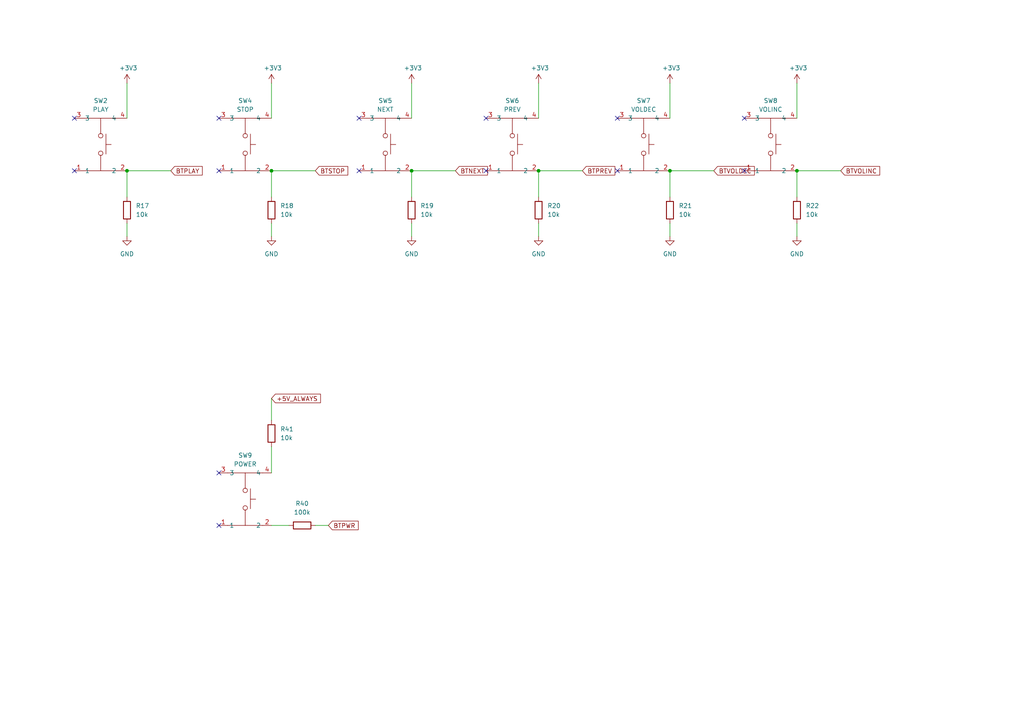
<source format=kicad_sch>
(kicad_sch (version 20231120) (generator "eeschema") (generator_version "8.0")
  (paper "A4")
  (lib_symbols
    (symbol "Device:R" (pin_numbers hide) (pin_names (offset 0))
      (property "Reference" "R" (at 2.032 0 90))
      (property "Value" "R" (at 0 0 90))
      (symbol "R_0_1"
        (rectangle (start -1.016 -2.54) (end 1.016 2.54) (stroke (width 0.254)))
      )
      (symbol "R_1_1"
        (pin passive line (at 0 3.81 270) (length 1.27) (name "~") (number "1"))
        (pin passive line (at 0 -3.81 90) (length 1.27) (name "~") (number "2"))
      )
    )
    (symbol "lcsc:SKSCLAE010"
      (property "Reference" "SW" (at 0 11.43 0))
      (property "Value" "SKSCLAE010" (at 0 -13.97 0))
      (symbol "SKSCLAE010_0_1"
        (circle (center 0 -3.81) (radius 0.64))
        (polyline (pts (xy 0 -4.32) (xy 0 -8.89)))
        (polyline (pts (xy 0 1.78) (xy 0 6.35)))
        (polyline (pts (xy 1.52 -4.06) (xy 1.52 1.78)))
        (polyline (pts (xy 3.05 -1.27) (xy 1.52 -1.27)))
        (polyline (pts (xy 5.08 -8.89) (xy -5.08 -8.89)))
        (polyline (pts (xy 5.08 6.35) (xy -5.08 6.35)))
        (circle (center 0 1.27) (radius 0.64))
        (pin unspecified line (at -7.62 -8.89 0) (length 2.54) (name "1") (number "1"))
        (pin unspecified line (at 7.62 -8.89 180) (length 2.54) (name "2") (number "2"))
        (pin unspecified line (at -7.62 6.35 0) (length 2.54) (name "3") (number "3"))
        (pin unspecified line (at 7.62 6.35 180) (length 2.54) (name "4") (number "4"))
      )
    )
    (symbol "power:+3.3V" (power) (pin_names (offset 0))
      (property "Value" "+3.3V" (at 0 3.556 0))
      (symbol "+3.3V_0_1"
        (polyline (pts (xy -0.762 1.27) (xy 0 2.54)))
        (polyline (pts (xy 0 0) (xy 0 2.54)))
        (polyline (pts (xy 0 2.54) (xy 0.762 1.27)))
      )
      (symbol "+3.3V_1_1"
        (pin power_in line (at 0 0 90) (length 0) hide (name "+3V3") (number "1"))
      )
    )
    (symbol "power:GND" (power) (pin_names (offset 0))
      (property "Value" "GND" (at 0 -3.81 0))
      (symbol "GND_0_1"
        (polyline (pts (xy 0 0) (xy 0 -1.27) (xy 1.27 -1.27) (xy 0 -2.54) (xy -1.27 -1.27) (xy 0 -1.27)))
      )
      (symbol "GND_1_1"
        (pin power_in line (at 0 0 270) (length 0) hide (name "GND") (number "1"))
      )
    )
  )
  (junction (at 156.21 49.53))
  (junction (at 36.83 49.53))
  (junction (at 231.14 49.53))
  (junction (at 194.31 49.53))
  (junction (at 119.38 49.53))
  (junction (at 78.74 49.53))
  (no_connect (at 63.5 34.29))
  (no_connect (at 104.14 49.53))
  (no_connect (at 63.5 152.4))
  (no_connect (at 63.5 49.53))
  (no_connect (at 215.9 49.53))
  (no_connect (at 104.14 34.29))
  (no_connect (at 21.59 34.29))
  (no_connect (at 179.07 49.53))
  (no_connect (at 63.5 137.16))
  (no_connect (at 179.07 34.29))
  (no_connect (at 140.97 34.29))
  (no_connect (at 140.97 49.53))
  (no_connect (at 21.59 49.53))
  (no_connect (at 215.9 34.29))
  (wire (pts (xy 194.31 49.53) (xy 207.01 49.53)))
  (wire (pts (xy 231.14 49.53) (xy 243.84 49.53)))
  (wire (pts (xy 36.83 24.13) (xy 36.83 34.29)))
  (wire (pts (xy 194.31 64.77) (xy 194.31 68.58)))
  (wire (pts (xy 119.38 49.53) (xy 119.38 57.15)))
  (wire (pts (xy 78.74 64.77) (xy 78.74 68.58)))
  (wire (pts (xy 156.21 64.77) (xy 156.21 68.58)))
  (wire (pts (xy 78.74 24.13) (xy 78.74 34.29)))
  (wire (pts (xy 194.31 49.53) (xy 194.31 57.15)))
  (wire (pts (xy 156.21 49.53) (xy 156.21 57.15)))
  (wire (pts (xy 194.31 24.13) (xy 194.31 34.29)))
  (wire (pts (xy 36.83 49.53) (xy 36.83 57.15)))
  (wire (pts (xy 78.74 49.53) (xy 91.44 49.53)))
  (wire (pts (xy 231.14 49.53) (xy 231.14 57.15)))
  (wire (pts (xy 91.44 152.4) (xy 95.25 152.4)))
  (wire (pts (xy 119.38 64.77) (xy 119.38 68.58)))
  (wire (pts (xy 36.83 64.77) (xy 36.83 68.58)))
  (wire (pts (xy 119.38 24.13) (xy 119.38 34.29)))
  (wire (pts (xy 78.74 49.53) (xy 78.74 57.15)))
  (wire (pts (xy 78.74 115.57) (xy 78.74 121.92)))
  (wire (pts (xy 156.21 49.53) (xy 168.91 49.53)))
  (wire (pts (xy 231.14 24.13) (xy 231.14 34.29)))
  (wire (pts (xy 156.21 24.13) (xy 156.21 34.29)))
  (wire (pts (xy 78.74 152.4) (xy 83.82 152.4)))
  (wire (pts (xy 119.38 49.53) (xy 132.08 49.53)))
  (wire (pts (xy 231.14 64.77) (xy 231.14 68.58)))
  (wire (pts (xy 36.83 49.53) (xy 49.53 49.53)))
  (wire (pts (xy 78.74 129.54) (xy 78.74 137.16)))
  (global_label "+5V_ALWAYS" (shape input) (at 78.74 115.57 0) (property "Intersheetrefs" "${INTERSHEET_REFS}" (effects (hide yes))))
  (global_label "BTPLAY" (shape input) (at 49.53 49.53 0) (property "Intersheetrefs" "${INTERSHEET_REFS}" (effects (hide yes))))
  (global_label "BTSTOP" (shape input) (at 91.44 49.53 0) (property "Intersheetrefs" "${INTERSHEET_REFS}" (effects (hide yes))))
  (global_label "BTVOLDEC" (shape input) (at 207.01 49.53 0) (property "Intersheetrefs" "${INTERSHEET_REFS}" (effects (hide yes))))
  (global_label "BTPREV" (shape input) (at 168.91 49.53 0) (property "Intersheetrefs" "${INTERSHEET_REFS}" (effects (hide yes))))
  (global_label "BTNEXT" (shape input) (at 132.08 49.53 0) (property "Intersheetrefs" "${INTERSHEET_REFS}" (effects (hide yes))))
  (global_label "BTPWR" (shape input) (at 95.25 152.4 0) (property "Intersheetrefs" "${INTERSHEET_REFS}" (effects (hide yes))))
  (global_label "BTVOLINC" (shape input) (at 243.84 49.53 0) (property "Intersheetrefs" "${INTERSHEET_REFS}" (effects (hide yes))))
  (symbol (lib_id "power:GND") (at 156.21 68.58 0) (unit 1)
    (property "Reference" "#PWR052" (effects (hide yes)))
    (property "Value" "GND" (at 156.21 73.66 0))
  )
  (symbol (lib_id "Device:R") (at 78.74 125.73 0) (unit 1)
    (property "Reference" "R41" (at 81.28 124.4599 0) (effects (justify left)))
    (property "Value" "10k" (at 81.28 126.9999 0) (effects (justify left)))
    (property "Footprint" "Resistor_SMD:R_0402_1005Metric" (effects (hide yes)))
    (property "Description" "Resistor" (effects (hide yes)))
  )
  (symbol (lib_id "lcsc:SKSCLAE010") (at 71.12 143.51 0) (unit 1)
    (property "Reference" "SW9" (at 71.12 132.08 0))
    (property "Value" "POWER" (at 71.12 134.62 0))
    (property "Footprint" "lcsc:SW-SMD_4P-L3.5-W2.9-P1.30-LS4.8" (effects (hide yes)))
    (property "Datasheet" "https://lcsc.com/product-detail/Tactile-Switches_ALPS_SKSCLAE010_SKSCLAE010_C130445.html" (effects (hide yes)))
    (property "LCSC Part" "C130445" (effects (hide yes)))
  )
  (symbol (lib_id "lcsc:SKSCLAE010") (at 223.52 40.64 0) (unit 1)
    (property "Reference" "SW8" (at 223.52 29.21 0))
    (property "Value" "VOLINC" (at 223.52 31.75 0))
    (property "Footprint" "lcsc:SW-SMD_4P-L3.5-W2.9-P1.30-LS4.8" (effects (hide yes)))
    (property "Datasheet" "https://lcsc.com/product-detail/Tactile-Switches_ALPS_SKSCLAE010_SKSCLAE010_C130445.html" (effects (hide yes)))
    (property "LCSC Part" "C130445" (effects (hide yes)))
  )
  (symbol (lib_id "Device:R") (at 36.83 60.96 0) (unit 1)
    (property "Reference" "R17" (at 39.37 59.6899 0) (effects (justify left)))
    (property "Value" "10k" (at 39.37 62.2299 0) (effects (justify left)))
    (property "Footprint" "Resistor_SMD:R_0402_1005Metric" (effects (hide yes)))
    (property "Description" "Resistor" (effects (hide yes)))
  )
  (symbol (lib_id "Device:R") (at 156.21 60.96 0) (unit 1)
    (property "Reference" "R20" (at 158.75 59.6899 0) (effects (justify left)))
    (property "Value" "10k" (at 158.75 62.2299 0) (effects (justify left)))
    (property "Footprint" "Resistor_SMD:R_0402_1005Metric" (effects (hide yes)))
    (property "Description" "Resistor" (effects (hide yes)))
  )
  (symbol (lib_id "lcsc:SKSCLAE010") (at 71.12 40.64 0) (unit 1)
    (property "Reference" "SW4" (at 71.12 29.21 0))
    (property "Value" "STOP" (at 71.12 31.75 0))
    (property "Footprint" "lcsc:SW-SMD_4P-L3.5-W2.9-P1.30-LS4.8" (effects (hide yes)))
    (property "Datasheet" "https://lcsc.com/product-detail/Tactile-Switches_ALPS_SKSCLAE010_SKSCLAE010_C130445.html" (effects (hide yes)))
    (property "LCSC Part" "C130445" (effects (hide yes)))
  )
  (symbol (lib_id "Device:R") (at 87.63 152.4 90) (unit 1)
    (property "Reference" "R40" (at 87.63 146.05 90))
    (property "Value" "100k" (at 87.63 148.59 90))
    (property "Footprint" "Resistor_SMD:R_0402_1005Metric" (effects (hide yes)))
    (property "Description" "Resistor" (effects (hide yes)))
  )
  (symbol (lib_id "power:+3.3V") (at 156.21 24.13 0) (unit 1)
    (property "Reference" "#PWR051" (effects (hide yes)))
    (property "Value" "+3V3" (at 156.591 19.7358 0))
  )
  (symbol (lib_id "lcsc:SKSCLAE010") (at 111.76 40.64 0) (unit 1)
    (property "Reference" "SW5" (at 111.76 29.21 0))
    (property "Value" "NEXT" (at 111.76 31.75 0))
    (property "Footprint" "lcsc:SW-SMD_4P-L3.5-W2.9-P1.30-LS4.8" (effects (hide yes)))
    (property "Datasheet" "https://lcsc.com/product-detail/Tactile-Switches_ALPS_SKSCLAE010_SKSCLAE010_C130445.html" (effects (hide yes)))
    (property "LCSC Part" "C130445" (effects (hide yes)))
  )
  (symbol (lib_id "power:+3.3V") (at 36.83 24.13 0) (unit 1)
    (property "Reference" "#PWR032" (effects (hide yes)))
    (property "Value" "+3V3" (at 37.211 19.7358 0))
  )
  (symbol (lib_id "lcsc:SKSCLAE010") (at 148.59 40.64 0) (unit 1)
    (property "Reference" "SW6" (at 148.59 29.21 0))
    (property "Value" "PREV" (at 148.59 31.75 0))
    (property "Footprint" "lcsc:SW-SMD_4P-L3.5-W2.9-P1.30-LS4.8" (effects (hide yes)))
    (property "Datasheet" "https://lcsc.com/product-detail/Tactile-Switches_ALPS_SKSCLAE010_SKSCLAE010_C130445.html" (effects (hide yes)))
    (property "LCSC Part" "C130445" (effects (hide yes)))
  )
  (symbol (lib_id "power:+3.3V") (at 194.31 24.13 0) (unit 1)
    (property "Reference" "#PWR087" (effects (hide yes)))
    (property "Value" "+3V3" (at 194.691 19.7358 0))
  )
  (symbol (lib_id "power:GND") (at 119.38 68.58 0) (unit 1)
    (property "Reference" "#PWR050" (effects (hide yes)))
    (property "Value" "GND" (at 119.38 73.66 0))
  )
  (symbol (lib_id "power:+3.3V") (at 119.38 24.13 0) (unit 1)
    (property "Reference" "#PWR049" (effects (hide yes)))
    (property "Value" "+3V3" (at 119.761 19.7358 0))
  )
  (symbol (lib_id "power:GND") (at 36.83 68.58 0) (unit 1)
    (property "Reference" "#PWR031" (effects (hide yes)))
    (property "Value" "GND" (at 36.83 73.66 0))
  )
  (symbol (lib_id "power:GND") (at 194.31 68.58 0) (unit 1)
    (property "Reference" "#PWR088" (effects (hide yes)))
    (property "Value" "GND" (at 194.31 73.66 0))
  )
  (symbol (lib_id "lcsc:SKSCLAE010") (at 186.69 40.64 0) (unit 1)
    (property "Reference" "SW7" (at 186.69 29.21 0))
    (property "Value" "VOLDEC" (at 186.69 31.75 0))
    (property "Footprint" "lcsc:SW-SMD_4P-L3.5-W2.9-P1.30-LS4.8" (effects (hide yes)))
    (property "Datasheet" "https://lcsc.com/product-detail/Tactile-Switches_ALPS_SKSCLAE010_SKSCLAE010_C130445.html" (effects (hide yes)))
    (property "LCSC Part" "C130445" (effects (hide yes)))
  )
  (symbol (lib_id "power:+3.3V") (at 78.74 24.13 0) (unit 1)
    (property "Reference" "#PWR047" (effects (hide yes)))
    (property "Value" "+3V3" (at 79.121 19.7358 0))
  )
  (symbol (lib_id "power:+3.3V") (at 231.14 24.13 0) (unit 1)
    (property "Reference" "#PWR089" (effects (hide yes)))
    (property "Value" "+3V3" (at 231.521 19.7358 0))
  )
  (symbol (lib_id "Device:R") (at 119.38 60.96 0) (unit 1)
    (property "Reference" "R19" (at 121.92 59.6899 0) (effects (justify left)))
    (property "Value" "10k" (at 121.92 62.2299 0) (effects (justify left)))
    (property "Footprint" "Resistor_SMD:R_0402_1005Metric" (effects (hide yes)))
    (property "Description" "Resistor" (effects (hide yes)))
  )
  (symbol (lib_id "Device:R") (at 194.31 60.96 0) (unit 1)
    (property "Reference" "R21" (at 196.85 59.6899 0) (effects (justify left)))
    (property "Value" "10k" (at 196.85 62.2299 0) (effects (justify left)))
    (property "Footprint" "Resistor_SMD:R_0402_1005Metric" (effects (hide yes)))
    (property "Description" "Resistor" (effects (hide yes)))
  )
  (symbol (lib_id "lcsc:SKSCLAE010") (at 29.21 40.64 0) (unit 1)
    (property "Reference" "SW2" (at 29.21 29.21 0))
    (property "Value" "PLAY" (at 29.21 31.75 0))
    (property "Footprint" "lcsc:SW-SMD_4P-L3.5-W2.9-P1.30-LS4.8" (effects (hide yes)))
    (property "Datasheet" "https://lcsc.com/product-detail/Tactile-Switches_ALPS_SKSCLAE010_SKSCLAE010_C130445.html" (effects (hide yes)))
    (property "LCSC Part" "C130445" (effects (hide yes)))
  )
  (symbol (lib_id "power:GND") (at 78.74 68.58 0) (unit 1)
    (property "Reference" "#PWR048" (effects (hide yes)))
    (property "Value" "GND" (at 78.74 73.66 0))
  )
  (symbol (lib_id "Device:R") (at 78.74 60.96 0) (unit 1)
    (property "Reference" "R18" (at 81.28 59.6899 0) (effects (justify left)))
    (property "Value" "10k" (at 81.28 62.2299 0) (effects (justify left)))
    (property "Footprint" "Resistor_SMD:R_0402_1005Metric" (effects (hide yes)))
    (property "Description" "Resistor" (effects (hide yes)))
  )
  (symbol (lib_id "Device:R") (at 231.14 60.96 0) (unit 1)
    (property "Reference" "R22" (at 233.68 59.6899 0) (effects (justify left)))
    (property "Value" "10k" (at 233.68 62.2299 0) (effects (justify left)))
    (property "Footprint" "Resistor_SMD:R_0402_1005Metric" (effects (hide yes)))
    (property "Description" "Resistor" (effects (hide yes)))
  )
  (symbol (lib_id "power:GND") (at 231.14 68.58 0) (unit 1)
    (property "Reference" "#PWR090" (effects (hide yes)))
    (property "Value" "GND" (at 231.14 73.66 0))
  )
)
</source>
